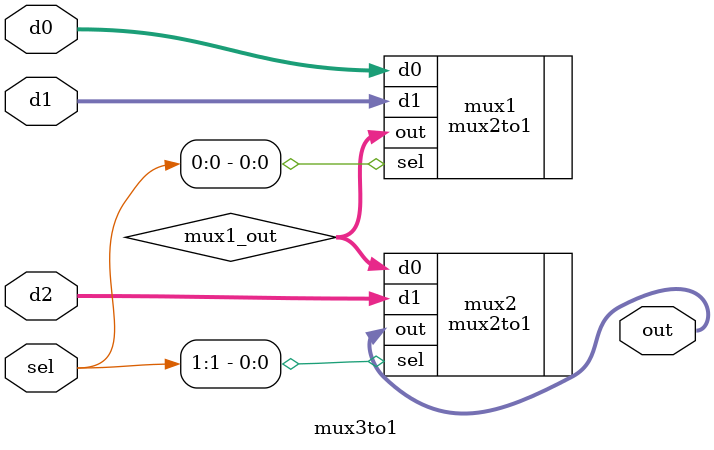
<source format=v>
module mux3to1(input wire [2:0] d0, d1, d2, input wire [1:0] sel, output wire [2:0] out);
    wire [2:0] mux1_out;

    mux2to1 mux1(.d0(d0), .d1(d1), .sel(sel[0]), .out(mux1_out));
    mux2to1 mux2(.d0(mux1_out), .d1(d2), .sel(sel[1]), .out(out));
endmodule

</source>
